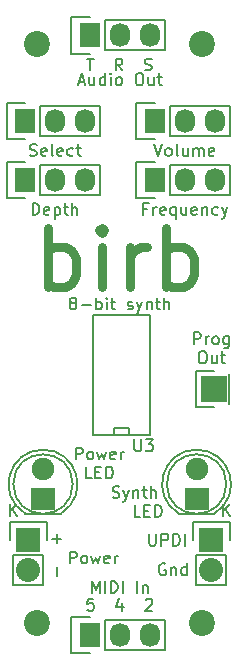
<source format=gbr>
%TF.GenerationSoftware,KiCad,Pcbnew,(6.0.5)*%
%TF.CreationDate,2022-05-19T00:34:01-04:00*%
%TF.ProjectId,synth,73796e74-682e-46b6-9963-61645f706362,rev?*%
%TF.SameCoordinates,Original*%
%TF.FileFunction,Legend,Top*%
%TF.FilePolarity,Positive*%
%FSLAX46Y46*%
G04 Gerber Fmt 4.6, Leading zero omitted, Abs format (unit mm)*
G04 Created by KiCad (PCBNEW (6.0.5)) date 2022-05-19 00:34:01*
%MOMM*%
%LPD*%
G01*
G04 APERTURE LIST*
%ADD10C,0.150000*%
%ADD11C,0.800000*%
%ADD12C,0.200000*%
%ADD13R,2.032000X2.032000*%
%ADD14O,2.032000X2.032000*%
%ADD15C,2.200000*%
%ADD16R,2.000000X1.900000*%
%ADD17C,1.900000*%
%ADD18R,2.235200X2.235200*%
%ADD19R,1.727200X2.032000*%
%ADD20O,1.727200X2.032000*%
G04 APERTURE END LIST*
D10*
X125773809Y-111952380D02*
X125773809Y-110952380D01*
X126154761Y-110952380D01*
X126250000Y-111000000D01*
X126297619Y-111047619D01*
X126345238Y-111142857D01*
X126345238Y-111285714D01*
X126297619Y-111380952D01*
X126250000Y-111428571D01*
X126154761Y-111476190D01*
X125773809Y-111476190D01*
X126916666Y-111952380D02*
X126821428Y-111904761D01*
X126773809Y-111857142D01*
X126726190Y-111761904D01*
X126726190Y-111476190D01*
X126773809Y-111380952D01*
X126821428Y-111333333D01*
X126916666Y-111285714D01*
X127059523Y-111285714D01*
X127154761Y-111333333D01*
X127202380Y-111380952D01*
X127250000Y-111476190D01*
X127250000Y-111761904D01*
X127202380Y-111857142D01*
X127154761Y-111904761D01*
X127059523Y-111952380D01*
X126916666Y-111952380D01*
X127583333Y-111285714D02*
X127773809Y-111952380D01*
X127964285Y-111476190D01*
X128154761Y-111952380D01*
X128345238Y-111285714D01*
X129107142Y-111904761D02*
X129011904Y-111952380D01*
X128821428Y-111952380D01*
X128726190Y-111904761D01*
X128678571Y-111809523D01*
X128678571Y-111428571D01*
X128726190Y-111333333D01*
X128821428Y-111285714D01*
X129011904Y-111285714D01*
X129107142Y-111333333D01*
X129154761Y-111428571D01*
X129154761Y-111523809D01*
X128678571Y-111619047D01*
X129583333Y-111952380D02*
X129583333Y-111285714D01*
X129583333Y-111476190D02*
X129630952Y-111380952D01*
X129678571Y-111333333D01*
X129773809Y-111285714D01*
X129869047Y-111285714D01*
X132476190Y-109452380D02*
X132476190Y-110261904D01*
X132523809Y-110357142D01*
X132571428Y-110404761D01*
X132666666Y-110452380D01*
X132857142Y-110452380D01*
X132952380Y-110404761D01*
X133000000Y-110357142D01*
X133047619Y-110261904D01*
X133047619Y-109452380D01*
X133523809Y-110452380D02*
X133523809Y-109452380D01*
X133904761Y-109452380D01*
X134000000Y-109500000D01*
X134047619Y-109547619D01*
X134095238Y-109642857D01*
X134095238Y-109785714D01*
X134047619Y-109880952D01*
X134000000Y-109928571D01*
X133904761Y-109976190D01*
X133523809Y-109976190D01*
X134523809Y-110452380D02*
X134523809Y-109452380D01*
X134761904Y-109452380D01*
X134904761Y-109500000D01*
X135000000Y-109595238D01*
X135047619Y-109690476D01*
X135095238Y-109880952D01*
X135095238Y-110023809D01*
X135047619Y-110214285D01*
X135000000Y-110309523D01*
X134904761Y-110404761D01*
X134761904Y-110452380D01*
X134523809Y-110452380D01*
X135523809Y-110452380D02*
X135523809Y-109452380D01*
X133857142Y-112000000D02*
X133761904Y-111952380D01*
X133619047Y-111952380D01*
X133476190Y-112000000D01*
X133380952Y-112095238D01*
X133333333Y-112190476D01*
X133285714Y-112380952D01*
X133285714Y-112523809D01*
X133333333Y-112714285D01*
X133380952Y-112809523D01*
X133476190Y-112904761D01*
X133619047Y-112952380D01*
X133714285Y-112952380D01*
X133857142Y-112904761D01*
X133904761Y-112857142D01*
X133904761Y-112523809D01*
X133714285Y-112523809D01*
X134333333Y-112285714D02*
X134333333Y-112952380D01*
X134333333Y-112380952D02*
X134380952Y-112333333D01*
X134476190Y-112285714D01*
X134619047Y-112285714D01*
X134714285Y-112333333D01*
X134761904Y-112428571D01*
X134761904Y-112952380D01*
X135666666Y-112952380D02*
X135666666Y-111952380D01*
X135666666Y-112904761D02*
X135571428Y-112952380D01*
X135380952Y-112952380D01*
X135285714Y-112904761D01*
X135238095Y-112857142D01*
X135190476Y-112761904D01*
X135190476Y-112476190D01*
X135238095Y-112380952D01*
X135285714Y-112333333D01*
X135380952Y-112285714D01*
X135571428Y-112285714D01*
X135666666Y-112333333D01*
X124678571Y-109488095D02*
X124678571Y-110250000D01*
X124297619Y-109869047D02*
X125059523Y-109869047D01*
X124678571Y-112250000D02*
X124678571Y-113011904D01*
X127761904Y-114952380D02*
X127285714Y-114952380D01*
X127238095Y-115428571D01*
X127285714Y-115380952D01*
X127380952Y-115333333D01*
X127619047Y-115333333D01*
X127714285Y-115380952D01*
X127761904Y-115428571D01*
X127809523Y-115523809D01*
X127809523Y-115761904D01*
X127761904Y-115857142D01*
X127714285Y-115904761D01*
X127619047Y-115952380D01*
X127380952Y-115952380D01*
X127285714Y-115904761D01*
X127238095Y-115857142D01*
X130190476Y-115285714D02*
X130190476Y-115952380D01*
X129952380Y-114904761D02*
X129714285Y-115619047D01*
X130333333Y-115619047D01*
X132190476Y-115047619D02*
X132238095Y-115000000D01*
X132333333Y-114952380D01*
X132571428Y-114952380D01*
X132666666Y-115000000D01*
X132714285Y-115047619D01*
X132761904Y-115142857D01*
X132761904Y-115238095D01*
X132714285Y-115380952D01*
X132142857Y-115952380D01*
X132761904Y-115952380D01*
X127214285Y-69202380D02*
X127785714Y-69202380D01*
X127500000Y-70202380D02*
X127500000Y-69202380D01*
X130214285Y-70202380D02*
X129880952Y-69726190D01*
X129642857Y-70202380D02*
X129642857Y-69202380D01*
X130023809Y-69202380D01*
X130119047Y-69250000D01*
X130166666Y-69297619D01*
X130214285Y-69392857D01*
X130214285Y-69535714D01*
X130166666Y-69630952D01*
X130119047Y-69678571D01*
X130023809Y-69726190D01*
X129642857Y-69726190D01*
X132119047Y-70154761D02*
X132261904Y-70202380D01*
X132500000Y-70202380D01*
X132595238Y-70154761D01*
X132642857Y-70107142D01*
X132690476Y-70011904D01*
X132690476Y-69916666D01*
X132642857Y-69821428D01*
X132595238Y-69773809D01*
X132500000Y-69726190D01*
X132309523Y-69678571D01*
X132214285Y-69630952D01*
X132166666Y-69583333D01*
X132119047Y-69488095D01*
X132119047Y-69392857D01*
X132166666Y-69297619D01*
X132214285Y-69250000D01*
X132309523Y-69202380D01*
X132547619Y-69202380D01*
X132690476Y-69250000D01*
X132904761Y-76452380D02*
X133238095Y-77452380D01*
X133571428Y-76452380D01*
X134047619Y-77452380D02*
X133952380Y-77404761D01*
X133904761Y-77357142D01*
X133857142Y-77261904D01*
X133857142Y-76976190D01*
X133904761Y-76880952D01*
X133952380Y-76833333D01*
X134047619Y-76785714D01*
X134190476Y-76785714D01*
X134285714Y-76833333D01*
X134333333Y-76880952D01*
X134380952Y-76976190D01*
X134380952Y-77261904D01*
X134333333Y-77357142D01*
X134285714Y-77404761D01*
X134190476Y-77452380D01*
X134047619Y-77452380D01*
X134952380Y-77452380D02*
X134857142Y-77404761D01*
X134809523Y-77309523D01*
X134809523Y-76452380D01*
X135761904Y-76785714D02*
X135761904Y-77452380D01*
X135333333Y-76785714D02*
X135333333Y-77309523D01*
X135380952Y-77404761D01*
X135476190Y-77452380D01*
X135619047Y-77452380D01*
X135714285Y-77404761D01*
X135761904Y-77357142D01*
X136238095Y-77452380D02*
X136238095Y-76785714D01*
X136238095Y-76880952D02*
X136285714Y-76833333D01*
X136380952Y-76785714D01*
X136523809Y-76785714D01*
X136619047Y-76833333D01*
X136666666Y-76928571D01*
X136666666Y-77452380D01*
X136666666Y-76928571D02*
X136714285Y-76833333D01*
X136809523Y-76785714D01*
X136952380Y-76785714D01*
X137047619Y-76833333D01*
X137095238Y-76928571D01*
X137095238Y-77452380D01*
X137952380Y-77404761D02*
X137857142Y-77452380D01*
X137666666Y-77452380D01*
X137571428Y-77404761D01*
X137523809Y-77309523D01*
X137523809Y-76928571D01*
X137571428Y-76833333D01*
X137666666Y-76785714D01*
X137857142Y-76785714D01*
X137952380Y-76833333D01*
X138000000Y-76928571D01*
X138000000Y-77023809D01*
X137523809Y-77119047D01*
X122380952Y-77404761D02*
X122523809Y-77452380D01*
X122761904Y-77452380D01*
X122857142Y-77404761D01*
X122904761Y-77357142D01*
X122952380Y-77261904D01*
X122952380Y-77166666D01*
X122904761Y-77071428D01*
X122857142Y-77023809D01*
X122761904Y-76976190D01*
X122571428Y-76928571D01*
X122476190Y-76880952D01*
X122428571Y-76833333D01*
X122380952Y-76738095D01*
X122380952Y-76642857D01*
X122428571Y-76547619D01*
X122476190Y-76500000D01*
X122571428Y-76452380D01*
X122809523Y-76452380D01*
X122952380Y-76500000D01*
X123761904Y-77404761D02*
X123666666Y-77452380D01*
X123476190Y-77452380D01*
X123380952Y-77404761D01*
X123333333Y-77309523D01*
X123333333Y-76928571D01*
X123380952Y-76833333D01*
X123476190Y-76785714D01*
X123666666Y-76785714D01*
X123761904Y-76833333D01*
X123809523Y-76928571D01*
X123809523Y-77023809D01*
X123333333Y-77119047D01*
X124380952Y-77452380D02*
X124285714Y-77404761D01*
X124238095Y-77309523D01*
X124238095Y-76452380D01*
X125142857Y-77404761D02*
X125047619Y-77452380D01*
X124857142Y-77452380D01*
X124761904Y-77404761D01*
X124714285Y-77309523D01*
X124714285Y-76928571D01*
X124761904Y-76833333D01*
X124857142Y-76785714D01*
X125047619Y-76785714D01*
X125142857Y-76833333D01*
X125190476Y-76928571D01*
X125190476Y-77023809D01*
X124714285Y-77119047D01*
X126047619Y-77404761D02*
X125952380Y-77452380D01*
X125761904Y-77452380D01*
X125666666Y-77404761D01*
X125619047Y-77357142D01*
X125571428Y-77261904D01*
X125571428Y-76976190D01*
X125619047Y-76880952D01*
X125666666Y-76833333D01*
X125761904Y-76785714D01*
X125952380Y-76785714D01*
X126047619Y-76833333D01*
X126333333Y-76785714D02*
X126714285Y-76785714D01*
X126476190Y-76452380D02*
X126476190Y-77309523D01*
X126523809Y-77404761D01*
X126619047Y-77452380D01*
X126714285Y-77452380D01*
X132309523Y-81928571D02*
X131976190Y-81928571D01*
X131976190Y-82452380D02*
X131976190Y-81452380D01*
X132452380Y-81452380D01*
X132833333Y-82452380D02*
X132833333Y-81785714D01*
X132833333Y-81976190D02*
X132880952Y-81880952D01*
X132928571Y-81833333D01*
X133023809Y-81785714D01*
X133119047Y-81785714D01*
X133833333Y-82404761D02*
X133738095Y-82452380D01*
X133547619Y-82452380D01*
X133452380Y-82404761D01*
X133404761Y-82309523D01*
X133404761Y-81928571D01*
X133452380Y-81833333D01*
X133547619Y-81785714D01*
X133738095Y-81785714D01*
X133833333Y-81833333D01*
X133880952Y-81928571D01*
X133880952Y-82023809D01*
X133404761Y-82119047D01*
X134738095Y-81785714D02*
X134738095Y-82785714D01*
X134738095Y-82404761D02*
X134642857Y-82452380D01*
X134452380Y-82452380D01*
X134357142Y-82404761D01*
X134309523Y-82357142D01*
X134261904Y-82261904D01*
X134261904Y-81976190D01*
X134309523Y-81880952D01*
X134357142Y-81833333D01*
X134452380Y-81785714D01*
X134642857Y-81785714D01*
X134738095Y-81833333D01*
X135642857Y-81785714D02*
X135642857Y-82452380D01*
X135214285Y-81785714D02*
X135214285Y-82309523D01*
X135261904Y-82404761D01*
X135357142Y-82452380D01*
X135500000Y-82452380D01*
X135595238Y-82404761D01*
X135642857Y-82357142D01*
X136500000Y-82404761D02*
X136404761Y-82452380D01*
X136214285Y-82452380D01*
X136119047Y-82404761D01*
X136071428Y-82309523D01*
X136071428Y-81928571D01*
X136119047Y-81833333D01*
X136214285Y-81785714D01*
X136404761Y-81785714D01*
X136500000Y-81833333D01*
X136547619Y-81928571D01*
X136547619Y-82023809D01*
X136071428Y-82119047D01*
X136976190Y-81785714D02*
X136976190Y-82452380D01*
X136976190Y-81880952D02*
X137023809Y-81833333D01*
X137119047Y-81785714D01*
X137261904Y-81785714D01*
X137357142Y-81833333D01*
X137404761Y-81928571D01*
X137404761Y-82452380D01*
X138309523Y-82404761D02*
X138214285Y-82452380D01*
X138023809Y-82452380D01*
X137928571Y-82404761D01*
X137880952Y-82357142D01*
X137833333Y-82261904D01*
X137833333Y-81976190D01*
X137880952Y-81880952D01*
X137928571Y-81833333D01*
X138023809Y-81785714D01*
X138214285Y-81785714D01*
X138309523Y-81833333D01*
X138642857Y-81785714D02*
X138880952Y-82452380D01*
X139119047Y-81785714D02*
X138880952Y-82452380D01*
X138785714Y-82690476D01*
X138738095Y-82738095D01*
X138642857Y-82785714D01*
X122619047Y-82452380D02*
X122619047Y-81452380D01*
X122857142Y-81452380D01*
X123000000Y-81500000D01*
X123095238Y-81595238D01*
X123142857Y-81690476D01*
X123190476Y-81880952D01*
X123190476Y-82023809D01*
X123142857Y-82214285D01*
X123095238Y-82309523D01*
X123000000Y-82404761D01*
X122857142Y-82452380D01*
X122619047Y-82452380D01*
X124000000Y-82404761D02*
X123904761Y-82452380D01*
X123714285Y-82452380D01*
X123619047Y-82404761D01*
X123571428Y-82309523D01*
X123571428Y-81928571D01*
X123619047Y-81833333D01*
X123714285Y-81785714D01*
X123904761Y-81785714D01*
X124000000Y-81833333D01*
X124047619Y-81928571D01*
X124047619Y-82023809D01*
X123571428Y-82119047D01*
X124476190Y-81785714D02*
X124476190Y-82785714D01*
X124476190Y-81833333D02*
X124571428Y-81785714D01*
X124761904Y-81785714D01*
X124857142Y-81833333D01*
X124904761Y-81880952D01*
X124952380Y-81976190D01*
X124952380Y-82261904D01*
X124904761Y-82357142D01*
X124857142Y-82404761D01*
X124761904Y-82452380D01*
X124571428Y-82452380D01*
X124476190Y-82404761D01*
X125238095Y-81785714D02*
X125619047Y-81785714D01*
X125380952Y-81452380D02*
X125380952Y-82309523D01*
X125428571Y-82404761D01*
X125523809Y-82452380D01*
X125619047Y-82452380D01*
X125952380Y-82452380D02*
X125952380Y-81452380D01*
X126380952Y-82452380D02*
X126380952Y-81928571D01*
X126333333Y-81833333D01*
X126238095Y-81785714D01*
X126095238Y-81785714D01*
X126000000Y-81833333D01*
X125952380Y-81880952D01*
X126523809Y-71166666D02*
X127000000Y-71166666D01*
X126428571Y-71452380D02*
X126761904Y-70452380D01*
X127095238Y-71452380D01*
X127857142Y-70785714D02*
X127857142Y-71452380D01*
X127428571Y-70785714D02*
X127428571Y-71309523D01*
X127476190Y-71404761D01*
X127571428Y-71452380D01*
X127714285Y-71452380D01*
X127809523Y-71404761D01*
X127857142Y-71357142D01*
X128761904Y-71452380D02*
X128761904Y-70452380D01*
X128761904Y-71404761D02*
X128666666Y-71452380D01*
X128476190Y-71452380D01*
X128380952Y-71404761D01*
X128333333Y-71357142D01*
X128285714Y-71261904D01*
X128285714Y-70976190D01*
X128333333Y-70880952D01*
X128380952Y-70833333D01*
X128476190Y-70785714D01*
X128666666Y-70785714D01*
X128761904Y-70833333D01*
X129238095Y-71452380D02*
X129238095Y-70785714D01*
X129238095Y-70452380D02*
X129190476Y-70500000D01*
X129238095Y-70547619D01*
X129285714Y-70500000D01*
X129238095Y-70452380D01*
X129238095Y-70547619D01*
X129857142Y-71452380D02*
X129761904Y-71404761D01*
X129714285Y-71357142D01*
X129666666Y-71261904D01*
X129666666Y-70976190D01*
X129714285Y-70880952D01*
X129761904Y-70833333D01*
X129857142Y-70785714D01*
X130000000Y-70785714D01*
X130095238Y-70833333D01*
X130142857Y-70880952D01*
X130190476Y-70976190D01*
X130190476Y-71261904D01*
X130142857Y-71357142D01*
X130095238Y-71404761D01*
X130000000Y-71452380D01*
X129857142Y-71452380D01*
X131571428Y-70452380D02*
X131761904Y-70452380D01*
X131857142Y-70500000D01*
X131952380Y-70595238D01*
X132000000Y-70785714D01*
X132000000Y-71119047D01*
X131952380Y-71309523D01*
X131857142Y-71404761D01*
X131761904Y-71452380D01*
X131571428Y-71452380D01*
X131476190Y-71404761D01*
X131380952Y-71309523D01*
X131333333Y-71119047D01*
X131333333Y-70785714D01*
X131380952Y-70595238D01*
X131476190Y-70500000D01*
X131571428Y-70452380D01*
X132857142Y-70785714D02*
X132857142Y-71452380D01*
X132428571Y-70785714D02*
X132428571Y-71309523D01*
X132476190Y-71404761D01*
X132571428Y-71452380D01*
X132714285Y-71452380D01*
X132809523Y-71404761D01*
X132857142Y-71357142D01*
X133190476Y-70785714D02*
X133571428Y-70785714D01*
X133333333Y-70452380D02*
X133333333Y-71309523D01*
X133380952Y-71404761D01*
X133476190Y-71452380D01*
X133571428Y-71452380D01*
X136273809Y-93397380D02*
X136273809Y-92397380D01*
X136654761Y-92397380D01*
X136750000Y-92445000D01*
X136797619Y-92492619D01*
X136845238Y-92587857D01*
X136845238Y-92730714D01*
X136797619Y-92825952D01*
X136750000Y-92873571D01*
X136654761Y-92921190D01*
X136273809Y-92921190D01*
X137273809Y-93397380D02*
X137273809Y-92730714D01*
X137273809Y-92921190D02*
X137321428Y-92825952D01*
X137369047Y-92778333D01*
X137464285Y-92730714D01*
X137559523Y-92730714D01*
X138035714Y-93397380D02*
X137940476Y-93349761D01*
X137892857Y-93302142D01*
X137845238Y-93206904D01*
X137845238Y-92921190D01*
X137892857Y-92825952D01*
X137940476Y-92778333D01*
X138035714Y-92730714D01*
X138178571Y-92730714D01*
X138273809Y-92778333D01*
X138321428Y-92825952D01*
X138369047Y-92921190D01*
X138369047Y-93206904D01*
X138321428Y-93302142D01*
X138273809Y-93349761D01*
X138178571Y-93397380D01*
X138035714Y-93397380D01*
X139226190Y-92730714D02*
X139226190Y-93540238D01*
X139178571Y-93635476D01*
X139130952Y-93683095D01*
X139035714Y-93730714D01*
X138892857Y-93730714D01*
X138797619Y-93683095D01*
X139226190Y-93349761D02*
X139130952Y-93397380D01*
X138940476Y-93397380D01*
X138845238Y-93349761D01*
X138797619Y-93302142D01*
X138750000Y-93206904D01*
X138750000Y-92921190D01*
X138797619Y-92825952D01*
X138845238Y-92778333D01*
X138940476Y-92730714D01*
X139130952Y-92730714D01*
X139226190Y-92778333D01*
X136916666Y-94007380D02*
X137107142Y-94007380D01*
X137202380Y-94055000D01*
X137297619Y-94150238D01*
X137345238Y-94340714D01*
X137345238Y-94674047D01*
X137297619Y-94864523D01*
X137202380Y-94959761D01*
X137107142Y-95007380D01*
X136916666Y-95007380D01*
X136821428Y-94959761D01*
X136726190Y-94864523D01*
X136678571Y-94674047D01*
X136678571Y-94340714D01*
X136726190Y-94150238D01*
X136821428Y-94055000D01*
X136916666Y-94007380D01*
X138202380Y-94340714D02*
X138202380Y-95007380D01*
X137773809Y-94340714D02*
X137773809Y-94864523D01*
X137821428Y-94959761D01*
X137916666Y-95007380D01*
X138059523Y-95007380D01*
X138154761Y-94959761D01*
X138202380Y-94912142D01*
X138535714Y-94340714D02*
X138916666Y-94340714D01*
X138678571Y-94007380D02*
X138678571Y-94864523D01*
X138726190Y-94959761D01*
X138821428Y-95007380D01*
X138916666Y-95007380D01*
X126273809Y-103147380D02*
X126273809Y-102147380D01*
X126654761Y-102147380D01*
X126750000Y-102195000D01*
X126797619Y-102242619D01*
X126845238Y-102337857D01*
X126845238Y-102480714D01*
X126797619Y-102575952D01*
X126750000Y-102623571D01*
X126654761Y-102671190D01*
X126273809Y-102671190D01*
X127416666Y-103147380D02*
X127321428Y-103099761D01*
X127273809Y-103052142D01*
X127226190Y-102956904D01*
X127226190Y-102671190D01*
X127273809Y-102575952D01*
X127321428Y-102528333D01*
X127416666Y-102480714D01*
X127559523Y-102480714D01*
X127654761Y-102528333D01*
X127702380Y-102575952D01*
X127750000Y-102671190D01*
X127750000Y-102956904D01*
X127702380Y-103052142D01*
X127654761Y-103099761D01*
X127559523Y-103147380D01*
X127416666Y-103147380D01*
X128083333Y-102480714D02*
X128273809Y-103147380D01*
X128464285Y-102671190D01*
X128654761Y-103147380D01*
X128845238Y-102480714D01*
X129607142Y-103099761D02*
X129511904Y-103147380D01*
X129321428Y-103147380D01*
X129226190Y-103099761D01*
X129178571Y-103004523D01*
X129178571Y-102623571D01*
X129226190Y-102528333D01*
X129321428Y-102480714D01*
X129511904Y-102480714D01*
X129607142Y-102528333D01*
X129654761Y-102623571D01*
X129654761Y-102718809D01*
X129178571Y-102814047D01*
X130083333Y-103147380D02*
X130083333Y-102480714D01*
X130083333Y-102671190D02*
X130130952Y-102575952D01*
X130178571Y-102528333D01*
X130273809Y-102480714D01*
X130369047Y-102480714D01*
X127607142Y-104757380D02*
X127130952Y-104757380D01*
X127130952Y-103757380D01*
X127940476Y-104233571D02*
X128273809Y-104233571D01*
X128416666Y-104757380D02*
X127940476Y-104757380D01*
X127940476Y-103757380D01*
X128416666Y-103757380D01*
X128845238Y-104757380D02*
X128845238Y-103757380D01*
X129083333Y-103757380D01*
X129226190Y-103805000D01*
X129321428Y-103900238D01*
X129369047Y-103995476D01*
X129416666Y-104185952D01*
X129416666Y-104328809D01*
X129369047Y-104519285D01*
X129321428Y-104614523D01*
X129226190Y-104709761D01*
X129083333Y-104757380D01*
X128845238Y-104757380D01*
X129392857Y-106349761D02*
X129535714Y-106397380D01*
X129773809Y-106397380D01*
X129869047Y-106349761D01*
X129916666Y-106302142D01*
X129964285Y-106206904D01*
X129964285Y-106111666D01*
X129916666Y-106016428D01*
X129869047Y-105968809D01*
X129773809Y-105921190D01*
X129583333Y-105873571D01*
X129488095Y-105825952D01*
X129440476Y-105778333D01*
X129392857Y-105683095D01*
X129392857Y-105587857D01*
X129440476Y-105492619D01*
X129488095Y-105445000D01*
X129583333Y-105397380D01*
X129821428Y-105397380D01*
X129964285Y-105445000D01*
X130297619Y-105730714D02*
X130535714Y-106397380D01*
X130773809Y-105730714D02*
X130535714Y-106397380D01*
X130440476Y-106635476D01*
X130392857Y-106683095D01*
X130297619Y-106730714D01*
X131154761Y-105730714D02*
X131154761Y-106397380D01*
X131154761Y-105825952D02*
X131202380Y-105778333D01*
X131297619Y-105730714D01*
X131440476Y-105730714D01*
X131535714Y-105778333D01*
X131583333Y-105873571D01*
X131583333Y-106397380D01*
X131916666Y-105730714D02*
X132297619Y-105730714D01*
X132059523Y-105397380D02*
X132059523Y-106254523D01*
X132107142Y-106349761D01*
X132202380Y-106397380D01*
X132297619Y-106397380D01*
X132630952Y-106397380D02*
X132630952Y-105397380D01*
X133059523Y-106397380D02*
X133059523Y-105873571D01*
X133011904Y-105778333D01*
X132916666Y-105730714D01*
X132773809Y-105730714D01*
X132678571Y-105778333D01*
X132630952Y-105825952D01*
X131750000Y-108007380D02*
X131273809Y-108007380D01*
X131273809Y-107007380D01*
X132083333Y-107483571D02*
X132416666Y-107483571D01*
X132559523Y-108007380D02*
X132083333Y-108007380D01*
X132083333Y-107007380D01*
X132559523Y-107007380D01*
X132988095Y-108007380D02*
X132988095Y-107007380D01*
X133226190Y-107007380D01*
X133369047Y-107055000D01*
X133464285Y-107150238D01*
X133511904Y-107245476D01*
X133559523Y-107435952D01*
X133559523Y-107578809D01*
X133511904Y-107769285D01*
X133464285Y-107864523D01*
X133369047Y-107959761D01*
X133226190Y-108007380D01*
X132988095Y-108007380D01*
X127619047Y-114452380D02*
X127619047Y-113452380D01*
X127952380Y-114166666D01*
X128285714Y-113452380D01*
X128285714Y-114452380D01*
X128761904Y-114452380D02*
X128761904Y-113452380D01*
X129238095Y-114452380D02*
X129238095Y-113452380D01*
X129476190Y-113452380D01*
X129619047Y-113500000D01*
X129714285Y-113595238D01*
X129761904Y-113690476D01*
X129809523Y-113880952D01*
X129809523Y-114023809D01*
X129761904Y-114214285D01*
X129714285Y-114309523D01*
X129619047Y-114404761D01*
X129476190Y-114452380D01*
X129238095Y-114452380D01*
X130238095Y-114452380D02*
X130238095Y-113452380D01*
X131476190Y-114452380D02*
X131476190Y-113452380D01*
X131952380Y-113785714D02*
X131952380Y-114452380D01*
X131952380Y-113880952D02*
X132000000Y-113833333D01*
X132095238Y-113785714D01*
X132238095Y-113785714D01*
X132333333Y-113833333D01*
X132380952Y-113928571D01*
X132380952Y-114452380D01*
D11*
X123928571Y-88511904D02*
X123928571Y-83511904D01*
X123928571Y-85416666D02*
X124404761Y-85178571D01*
X125357142Y-85178571D01*
X125833333Y-85416666D01*
X126071428Y-85654761D01*
X126309523Y-86130952D01*
X126309523Y-87559523D01*
X126071428Y-88035714D01*
X125833333Y-88273809D01*
X125357142Y-88511904D01*
X124404761Y-88511904D01*
X123928571Y-88273809D01*
X128452380Y-88511904D02*
X128452380Y-85178571D01*
X128452380Y-83511904D02*
X128214285Y-83750000D01*
X128452380Y-83988095D01*
X128690476Y-83750000D01*
X128452380Y-83511904D01*
X128452380Y-83988095D01*
X130833333Y-88511904D02*
X130833333Y-85178571D01*
X130833333Y-86130952D02*
X131071428Y-85654761D01*
X131309523Y-85416666D01*
X131785714Y-85178571D01*
X132261904Y-85178571D01*
X133928571Y-88511904D02*
X133928571Y-83511904D01*
X133928571Y-85416666D02*
X134404761Y-85178571D01*
X135357142Y-85178571D01*
X135833333Y-85416666D01*
X136071428Y-85654761D01*
X136309523Y-86130952D01*
X136309523Y-87559523D01*
X136071428Y-88035714D01*
X135833333Y-88273809D01*
X135357142Y-88511904D01*
X134404761Y-88511904D01*
X133928571Y-88273809D01*
D12*
X125952380Y-89880952D02*
X125857142Y-89833333D01*
X125809523Y-89785714D01*
X125761904Y-89690476D01*
X125761904Y-89642857D01*
X125809523Y-89547619D01*
X125857142Y-89500000D01*
X125952380Y-89452380D01*
X126142857Y-89452380D01*
X126238095Y-89500000D01*
X126285714Y-89547619D01*
X126333333Y-89642857D01*
X126333333Y-89690476D01*
X126285714Y-89785714D01*
X126238095Y-89833333D01*
X126142857Y-89880952D01*
X125952380Y-89880952D01*
X125857142Y-89928571D01*
X125809523Y-89976190D01*
X125761904Y-90071428D01*
X125761904Y-90261904D01*
X125809523Y-90357142D01*
X125857142Y-90404761D01*
X125952380Y-90452380D01*
X126142857Y-90452380D01*
X126238095Y-90404761D01*
X126285714Y-90357142D01*
X126333333Y-90261904D01*
X126333333Y-90071428D01*
X126285714Y-89976190D01*
X126238095Y-89928571D01*
X126142857Y-89880952D01*
X126761904Y-90071428D02*
X127523809Y-90071428D01*
X128000000Y-90452380D02*
X128000000Y-89452380D01*
X128000000Y-89833333D02*
X128095238Y-89785714D01*
X128285714Y-89785714D01*
X128380952Y-89833333D01*
X128428571Y-89880952D01*
X128476190Y-89976190D01*
X128476190Y-90261904D01*
X128428571Y-90357142D01*
X128380952Y-90404761D01*
X128285714Y-90452380D01*
X128095238Y-90452380D01*
X128000000Y-90404761D01*
X128904761Y-90452380D02*
X128904761Y-89785714D01*
X128904761Y-89452380D02*
X128857142Y-89500000D01*
X128904761Y-89547619D01*
X128952380Y-89500000D01*
X128904761Y-89452380D01*
X128904761Y-89547619D01*
X129238095Y-89785714D02*
X129619047Y-89785714D01*
X129380952Y-89452380D02*
X129380952Y-90309523D01*
X129428571Y-90404761D01*
X129523809Y-90452380D01*
X129619047Y-90452380D01*
X130666666Y-90404761D02*
X130761904Y-90452380D01*
X130952380Y-90452380D01*
X131047619Y-90404761D01*
X131095238Y-90309523D01*
X131095238Y-90261904D01*
X131047619Y-90166666D01*
X130952380Y-90119047D01*
X130809523Y-90119047D01*
X130714285Y-90071428D01*
X130666666Y-89976190D01*
X130666666Y-89928571D01*
X130714285Y-89833333D01*
X130809523Y-89785714D01*
X130952380Y-89785714D01*
X131047619Y-89833333D01*
X131428571Y-89785714D02*
X131666666Y-90452380D01*
X131904761Y-89785714D02*
X131666666Y-90452380D01*
X131571428Y-90690476D01*
X131523809Y-90738095D01*
X131428571Y-90785714D01*
X132285714Y-89785714D02*
X132285714Y-90452380D01*
X132285714Y-89880952D02*
X132333333Y-89833333D01*
X132428571Y-89785714D01*
X132571428Y-89785714D01*
X132666666Y-89833333D01*
X132714285Y-89928571D01*
X132714285Y-90452380D01*
X133047619Y-89785714D02*
X133428571Y-89785714D01*
X133190476Y-89452380D02*
X133190476Y-90309523D01*
X133238095Y-90404761D01*
X133333333Y-90452380D01*
X133428571Y-90452380D01*
X133761904Y-90452380D02*
X133761904Y-89452380D01*
X134190476Y-90452380D02*
X134190476Y-89928571D01*
X134142857Y-89833333D01*
X134047619Y-89785714D01*
X133904761Y-89785714D01*
X133809523Y-89833333D01*
X133761904Y-89880952D01*
D10*
%TO.C,D3*%
X138738095Y-107952380D02*
X138738095Y-106952380D01*
X139309523Y-107952380D02*
X138880952Y-107380952D01*
X139309523Y-106952380D02*
X138738095Y-107523809D01*
%TO.C,U3*%
X131238095Y-101452380D02*
X131238095Y-102261904D01*
X131285714Y-102357142D01*
X131333333Y-102404761D01*
X131428571Y-102452380D01*
X131619047Y-102452380D01*
X131714285Y-102404761D01*
X131761904Y-102357142D01*
X131809523Y-102261904D01*
X131809523Y-101452380D01*
X132190476Y-101452380D02*
X132809523Y-101452380D01*
X132476190Y-101833333D01*
X132619047Y-101833333D01*
X132714285Y-101880952D01*
X132761904Y-101928571D01*
X132809523Y-102023809D01*
X132809523Y-102261904D01*
X132761904Y-102357142D01*
X132714285Y-102404761D01*
X132619047Y-102452380D01*
X132333333Y-102452380D01*
X132238095Y-102404761D01*
X132190476Y-102357142D01*
%TO.C,D2*%
X120738095Y-107952380D02*
X120738095Y-106952380D01*
X121309523Y-107952380D02*
X120880952Y-107380952D01*
X121309523Y-106952380D02*
X120738095Y-107523809D01*
%TO.C,J4*%
X139020000Y-111270000D02*
X139020000Y-113810000D01*
X139020000Y-111270000D02*
X136480000Y-111270000D01*
X136200000Y-110000000D02*
X136200000Y-108450000D01*
X136480000Y-113810000D02*
X139020000Y-113810000D01*
X139300000Y-108450000D02*
X139300000Y-110000000D01*
X136200000Y-108450000D02*
X139300000Y-108450000D01*
X136480000Y-111270000D02*
X136480000Y-113810000D01*
%TO.C,D3*%
X138000000Y-107730000D02*
X135000000Y-107730000D01*
X138024904Y-107714888D02*
G75*
G03*
X135000000Y-107730000I-1524904J2484888D01*
G01*
X139017936Y-105230000D02*
G75*
G03*
X139017936Y-105230000I-2517936J0D01*
G01*
%TO.C,J1*%
X139270000Y-98470000D02*
X139270000Y-95930000D01*
X136450000Y-98750000D02*
X136450000Y-95650000D01*
X136450000Y-95650000D02*
X138000000Y-95650000D01*
X138000000Y-98750000D02*
X136450000Y-98750000D01*
%TO.C,J3*%
X127460000Y-68800000D02*
X125910000Y-68800000D01*
X128730000Y-65980000D02*
X128730000Y-68520000D01*
X133810000Y-68520000D02*
X133810000Y-65980000D01*
X125910000Y-65700000D02*
X127460000Y-65700000D01*
X125910000Y-68800000D02*
X125910000Y-65700000D01*
X133810000Y-65980000D02*
X128730000Y-65980000D01*
X128730000Y-68520000D02*
X133810000Y-68520000D01*
%TO.C,J2*%
X128730000Y-119270000D02*
X133810000Y-119270000D01*
X128730000Y-116730000D02*
X128730000Y-119270000D01*
X127460000Y-119550000D02*
X125910000Y-119550000D01*
X133810000Y-119270000D02*
X133810000Y-116730000D01*
X133810000Y-116730000D02*
X128730000Y-116730000D01*
X125910000Y-119550000D02*
X125910000Y-116450000D01*
X125910000Y-116450000D02*
X127460000Y-116450000D01*
%TO.C,RV3*%
X139310000Y-80770000D02*
X139310000Y-78230000D01*
X131410000Y-77950000D02*
X132960000Y-77950000D01*
X139310000Y-78230000D02*
X134230000Y-78230000D01*
X134230000Y-80770000D02*
X139310000Y-80770000D01*
X132960000Y-81050000D02*
X131410000Y-81050000D01*
X134230000Y-78230000D02*
X134230000Y-80770000D01*
X131410000Y-81050000D02*
X131410000Y-77950000D01*
%TO.C,RV1*%
X134230000Y-75770000D02*
X139310000Y-75770000D01*
X139310000Y-73230000D02*
X134230000Y-73230000D01*
X132960000Y-76050000D02*
X131410000Y-76050000D01*
X131410000Y-76050000D02*
X131410000Y-72950000D01*
X134230000Y-73230000D02*
X134230000Y-75770000D01*
X131410000Y-72950000D02*
X132960000Y-72950000D01*
X139310000Y-75770000D02*
X139310000Y-73230000D01*
%TO.C,RV2*%
X123270000Y-80770000D02*
X128350000Y-80770000D01*
X120450000Y-77950000D02*
X122000000Y-77950000D01*
X128350000Y-78230000D02*
X123270000Y-78230000D01*
X128350000Y-80770000D02*
X128350000Y-78230000D01*
X122000000Y-81050000D02*
X120450000Y-81050000D01*
X120450000Y-81050000D02*
X120450000Y-77950000D01*
X123270000Y-78230000D02*
X123270000Y-80770000D01*
%TO.C,RV4*%
X128310000Y-75770000D02*
X128310000Y-73230000D01*
X121960000Y-76050000D02*
X120410000Y-76050000D01*
X120410000Y-76050000D02*
X120410000Y-72950000D01*
X128310000Y-73230000D02*
X123230000Y-73230000D01*
X120410000Y-72950000D02*
X121960000Y-72950000D01*
X123230000Y-75770000D02*
X128310000Y-75770000D01*
X123230000Y-73230000D02*
X123230000Y-75770000D01*
%TO.C,U3*%
X132540000Y-101080000D02*
X127714000Y-101080000D01*
X129492000Y-100445000D02*
X130762000Y-100445000D01*
X129492000Y-101080000D02*
X129492000Y-100445000D01*
X127714000Y-90920000D02*
X132540000Y-90920000D01*
X132540000Y-90920000D02*
X132540000Y-101080000D01*
X127714000Y-101080000D02*
X127714000Y-90920000D01*
X130762000Y-100445000D02*
X130762000Y-101080000D01*
%TO.C,BT1*%
X123520000Y-111270000D02*
X120980000Y-111270000D01*
X123520000Y-111270000D02*
X123520000Y-113810000D01*
X123800000Y-108450000D02*
X123800000Y-110000000D01*
X120980000Y-113810000D02*
X123520000Y-113810000D01*
X120980000Y-111270000D02*
X120980000Y-113810000D01*
X120700000Y-110000000D02*
X120700000Y-108450000D01*
X120700000Y-108450000D02*
X123800000Y-108450000D01*
%TO.C,D2*%
X125000000Y-107730000D02*
X122000000Y-107730000D01*
X125024904Y-107714888D02*
G75*
G03*
X122000000Y-107730000I-1524904J2484888D01*
G01*
X126017936Y-105230000D02*
G75*
G03*
X126017936Y-105230000I-2517936J0D01*
G01*
%TD*%
D13*
%TO.C,J4*%
X137750000Y-110000000D03*
D14*
X137750000Y-112540000D03*
%TD*%
D15*
%TO.C,REF\u002A\u002A*%
X123000000Y-117000000D03*
%TD*%
D16*
%TO.C,D3*%
X136500000Y-106500000D03*
D17*
X136500000Y-103960000D03*
%TD*%
D18*
%TO.C,J1*%
X138000000Y-97200000D03*
%TD*%
D19*
%TO.C,J3*%
X127460000Y-67250000D03*
D20*
X130000000Y-67250000D03*
X132540000Y-67250000D03*
%TD*%
D19*
%TO.C,J2*%
X127460000Y-118000000D03*
D20*
X130000000Y-118000000D03*
X132540000Y-118000000D03*
%TD*%
D15*
%TO.C,REF\u002A\u002A*%
X123000000Y-68000000D03*
%TD*%
%TO.C,REF\u002A\u002A*%
X137000000Y-68000000D03*
%TD*%
%TO.C,REF\u002A\u002A*%
X137000000Y-117000000D03*
%TD*%
D19*
%TO.C,RV3*%
X132960000Y-79500000D03*
D20*
X135500000Y-79500000D03*
X138040000Y-79500000D03*
%TD*%
D19*
%TO.C,RV1*%
X132960000Y-74500000D03*
D20*
X135500000Y-74500000D03*
X138040000Y-74500000D03*
%TD*%
D19*
%TO.C,RV2*%
X122000000Y-79500000D03*
D20*
X124540000Y-79500000D03*
X127080000Y-79500000D03*
%TD*%
D19*
%TO.C,RV4*%
X121960000Y-74500000D03*
D20*
X124500000Y-74500000D03*
X127040000Y-74500000D03*
%TD*%
D13*
%TO.C,BT1*%
X122250000Y-110000000D03*
D14*
X122250000Y-112540000D03*
%TD*%
D16*
%TO.C,D2*%
X123500000Y-106500000D03*
D17*
X123500000Y-103960000D03*
%TD*%
M02*

</source>
